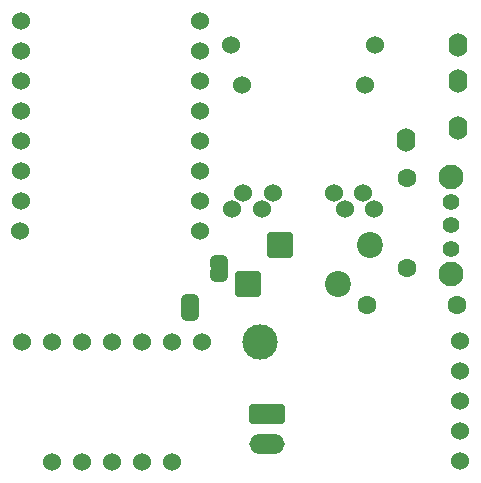
<source format=gbs>
G04 #@! TF.GenerationSoftware,KiCad,Pcbnew,9.0.2*
G04 #@! TF.CreationDate,2025-07-15T04:36:50-04:00*
G04 #@! TF.ProjectId,FBT,4642542e-6b69-4636-9164-5f7063625858,rev?*
G04 #@! TF.SameCoordinates,Original*
G04 #@! TF.FileFunction,Soldermask,Bot*
G04 #@! TF.FilePolarity,Negative*
%FSLAX46Y46*%
G04 Gerber Fmt 4.6, Leading zero omitted, Abs format (unit mm)*
G04 Created by KiCad (PCBNEW 9.0.2) date 2025-07-15 04:36:50*
%MOMM*%
%LPD*%
G01*
G04 APERTURE LIST*
G04 Aperture macros list*
%AMRoundRect*
0 Rectangle with rounded corners*
0 $1 Rounding radius*
0 $2 $3 $4 $5 $6 $7 $8 $9 X,Y pos of 4 corners*
0 Add a 4 corners polygon primitive as box body*
4,1,4,$2,$3,$4,$5,$6,$7,$8,$9,$2,$3,0*
0 Add four circle primitives for the rounded corners*
1,1,$1+$1,$2,$3*
1,1,$1+$1,$4,$5*
1,1,$1+$1,$6,$7*
1,1,$1+$1,$8,$9*
0 Add four rect primitives between the rounded corners*
20,1,$1+$1,$2,$3,$4,$5,0*
20,1,$1+$1,$4,$5,$6,$7,0*
20,1,$1+$1,$6,$7,$8,$9,0*
20,1,$1+$1,$8,$9,$2,$3,0*%
%AMFreePoly0*
4,1,23,0.500000,-0.750000,0.000000,-0.750000,0.000000,-0.745722,-0.065263,-0.745722,-0.191342,-0.711940,-0.304381,-0.646677,-0.396677,-0.554381,-0.461940,-0.441342,-0.495722,-0.315263,-0.495722,-0.250000,-0.500000,-0.250000,-0.500000,0.250000,-0.495722,0.250000,-0.495722,0.315263,-0.461940,0.441342,-0.396677,0.554381,-0.304381,0.646677,-0.191342,0.711940,-0.065263,0.745722,0.000000,0.745722,
0.000000,0.750000,0.500000,0.750000,0.500000,-0.750000,0.500000,-0.750000,$1*%
%AMFreePoly1*
4,1,23,0.000000,0.745722,0.065263,0.745722,0.191342,0.711940,0.304381,0.646677,0.396677,0.554381,0.461940,0.441342,0.495722,0.315263,0.495722,0.250000,0.500000,0.250000,0.500000,-0.250000,0.495722,-0.250000,0.495722,-0.315263,0.461940,-0.441342,0.396677,-0.554381,0.304381,-0.646677,0.191342,-0.711940,0.065263,-0.745722,0.000000,-0.745722,0.000000,-0.750000,-0.500000,-0.750000,
-0.500000,0.750000,0.000000,0.750000,0.000000,0.745722,0.000000,0.745722,$1*%
G04 Aperture macros list end*
%ADD10C,1.524000*%
%ADD11RoundRect,0.249999X-0.850001X-0.850001X0.850001X-0.850001X0.850001X0.850001X-0.850001X0.850001X0*%
%ADD12C,2.200000*%
%ADD13O,1.600000X2.000000*%
%ADD14C,2.100000*%
%ADD15C,1.400000*%
%ADD16RoundRect,0.250000X-1.250000X0.600000X-1.250000X-0.600000X1.250000X-0.600000X1.250000X0.600000X0*%
%ADD17O,3.000000X1.700000*%
%ADD18C,1.600000*%
%ADD19FreePoly0,90.000000*%
%ADD20FreePoly1,90.000000*%
%ADD21FreePoly0,270.000000*%
%ADD22FreePoly1,270.000000*%
%ADD23C,3.000000*%
G04 APERTURE END LIST*
G36*
X115870000Y-118100000D02*
G01*
X114370000Y-118100000D01*
X114370000Y-117800000D01*
X115870000Y-117800000D01*
X115870000Y-118100000D01*
G37*
G36*
X111870000Y-121100000D02*
G01*
X113370000Y-121100000D01*
X113370000Y-121400000D01*
X111870000Y-121400000D01*
X111870000Y-121100000D01*
G37*
D10*
X113516004Y-96981392D03*
X113516004Y-99521392D03*
X113516004Y-102061392D03*
X113516004Y-104601392D03*
X113516004Y-107141392D03*
X113516004Y-109681392D03*
X113516004Y-112221392D03*
X113516004Y-114761392D03*
X98276004Y-114761392D03*
X98316004Y-112221392D03*
X98316004Y-109681392D03*
X98316004Y-107141392D03*
X98316004Y-104601392D03*
X98316004Y-102061392D03*
X98316004Y-99521392D03*
X98316004Y-96981392D03*
X127418024Y-102400000D03*
X117018024Y-102400000D03*
X117118024Y-111600000D03*
X119618024Y-111600000D03*
X124818024Y-111600000D03*
X127318024Y-111600000D03*
D11*
X117510000Y-119300000D03*
D12*
X125130000Y-119300000D03*
D11*
X120290000Y-116000000D03*
D12*
X127910000Y-116000000D03*
D13*
X135320000Y-106050000D03*
X135320000Y-102050000D03*
X135320000Y-99050000D03*
X130920000Y-107050000D03*
D14*
X134700000Y-118400000D03*
X134700000Y-110200000D03*
D15*
X134700000Y-116300000D03*
X134700000Y-114300000D03*
X134700000Y-112300000D03*
D16*
X119120000Y-130300000D03*
D17*
X119120000Y-132800000D03*
D10*
X128320000Y-99050000D03*
X116120000Y-99050000D03*
X116220000Y-112950000D03*
X118720000Y-112950000D03*
X125720000Y-112950000D03*
X128220000Y-112950000D03*
X135520000Y-134280000D03*
X135520000Y-131740000D03*
X135520000Y-129200000D03*
X135520000Y-126660000D03*
X135520000Y-124120000D03*
X113640000Y-124220000D03*
X111100000Y-124220000D03*
X108560000Y-124220000D03*
X106020000Y-124220000D03*
X103480000Y-124220000D03*
X100940000Y-124220000D03*
X98400000Y-124220000D03*
X100940000Y-134380000D03*
X103480000Y-134380000D03*
X106020000Y-134380000D03*
X108560000Y-134380000D03*
X111100000Y-134380000D03*
D18*
X135220000Y-121050000D03*
X127600000Y-121050000D03*
X131000000Y-117920000D03*
X131000000Y-110300000D03*
D19*
X115120000Y-118600000D03*
D20*
X115120000Y-117300000D03*
D21*
X112620000Y-120600000D03*
D22*
X112620000Y-121900000D03*
D23*
X118520000Y-124200000D03*
M02*

</source>
